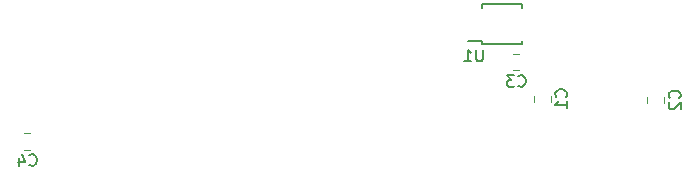
<source format=gbr>
G04 #@! TF.GenerationSoftware,KiCad,Pcbnew,5.1.5+dfsg1-2build2*
G04 #@! TF.CreationDate,2022-05-11T12:23:00+01:00*
G04 #@! TF.ProjectId,rrl-interface,72726c2d-696e-4746-9572-666163652e6b,rev?*
G04 #@! TF.SameCoordinates,Original*
G04 #@! TF.FileFunction,Legend,Bot*
G04 #@! TF.FilePolarity,Positive*
%FSLAX46Y46*%
G04 Gerber Fmt 4.6, Leading zero omitted, Abs format (unit mm)*
G04 Created by KiCad (PCBNEW 5.1.5+dfsg1-2build2) date 2022-05-11 12:23:00*
%MOMM*%
%LPD*%
G04 APERTURE LIST*
%ADD10C,0.120000*%
%ADD11C,0.150000*%
G04 APERTURE END LIST*
D10*
X67710000Y-185958578D02*
X67710000Y-185441422D01*
X66290000Y-185958578D02*
X66290000Y-185441422D01*
X77310000Y-186058578D02*
X77310000Y-185541422D01*
X75890000Y-186058578D02*
X75890000Y-185541422D01*
X64541422Y-183310000D02*
X65058578Y-183310000D01*
X64541422Y-181890000D02*
X65058578Y-181890000D01*
D11*
X61925000Y-181075000D02*
X61925000Y-180850000D01*
X65275000Y-181075000D02*
X65275000Y-180775000D01*
X65275000Y-177725000D02*
X65275000Y-178025000D01*
X61925000Y-177725000D02*
X61925000Y-178025000D01*
X61925000Y-181075000D02*
X65275000Y-181075000D01*
X61925000Y-177725000D02*
X65275000Y-177725000D01*
X61925000Y-180850000D02*
X60700000Y-180850000D01*
D10*
X23141422Y-190010000D02*
X23658578Y-190010000D01*
X23141422Y-188590000D02*
X23658578Y-188590000D01*
D11*
X69007142Y-185533333D02*
X69054761Y-185485714D01*
X69102380Y-185342857D01*
X69102380Y-185247619D01*
X69054761Y-185104761D01*
X68959523Y-185009523D01*
X68864285Y-184961904D01*
X68673809Y-184914285D01*
X68530952Y-184914285D01*
X68340476Y-184961904D01*
X68245238Y-185009523D01*
X68150000Y-185104761D01*
X68102380Y-185247619D01*
X68102380Y-185342857D01*
X68150000Y-185485714D01*
X68197619Y-185533333D01*
X69102380Y-186485714D02*
X69102380Y-185914285D01*
X69102380Y-186200000D02*
X68102380Y-186200000D01*
X68245238Y-186104761D01*
X68340476Y-186009523D01*
X68388095Y-185914285D01*
X78607142Y-185633333D02*
X78654761Y-185585714D01*
X78702380Y-185442857D01*
X78702380Y-185347619D01*
X78654761Y-185204761D01*
X78559523Y-185109523D01*
X78464285Y-185061904D01*
X78273809Y-185014285D01*
X78130952Y-185014285D01*
X77940476Y-185061904D01*
X77845238Y-185109523D01*
X77750000Y-185204761D01*
X77702380Y-185347619D01*
X77702380Y-185442857D01*
X77750000Y-185585714D01*
X77797619Y-185633333D01*
X77797619Y-186014285D02*
X77750000Y-186061904D01*
X77702380Y-186157142D01*
X77702380Y-186395238D01*
X77750000Y-186490476D01*
X77797619Y-186538095D01*
X77892857Y-186585714D01*
X77988095Y-186585714D01*
X78130952Y-186538095D01*
X78702380Y-185966666D01*
X78702380Y-186585714D01*
X64966666Y-184607142D02*
X65014285Y-184654761D01*
X65157142Y-184702380D01*
X65252380Y-184702380D01*
X65395238Y-184654761D01*
X65490476Y-184559523D01*
X65538095Y-184464285D01*
X65585714Y-184273809D01*
X65585714Y-184130952D01*
X65538095Y-183940476D01*
X65490476Y-183845238D01*
X65395238Y-183750000D01*
X65252380Y-183702380D01*
X65157142Y-183702380D01*
X65014285Y-183750000D01*
X64966666Y-183797619D01*
X64633333Y-183702380D02*
X64014285Y-183702380D01*
X64347619Y-184083333D01*
X64204761Y-184083333D01*
X64109523Y-184130952D01*
X64061904Y-184178571D01*
X64014285Y-184273809D01*
X64014285Y-184511904D01*
X64061904Y-184607142D01*
X64109523Y-184654761D01*
X64204761Y-184702380D01*
X64490476Y-184702380D01*
X64585714Y-184654761D01*
X64633333Y-184607142D01*
X61961904Y-181552380D02*
X61961904Y-182361904D01*
X61914285Y-182457142D01*
X61866666Y-182504761D01*
X61771428Y-182552380D01*
X61580952Y-182552380D01*
X61485714Y-182504761D01*
X61438095Y-182457142D01*
X61390476Y-182361904D01*
X61390476Y-181552380D01*
X60390476Y-182552380D02*
X60961904Y-182552380D01*
X60676190Y-182552380D02*
X60676190Y-181552380D01*
X60771428Y-181695238D01*
X60866666Y-181790476D01*
X60961904Y-181838095D01*
X23566666Y-191307142D02*
X23614285Y-191354761D01*
X23757142Y-191402380D01*
X23852380Y-191402380D01*
X23995238Y-191354761D01*
X24090476Y-191259523D01*
X24138095Y-191164285D01*
X24185714Y-190973809D01*
X24185714Y-190830952D01*
X24138095Y-190640476D01*
X24090476Y-190545238D01*
X23995238Y-190450000D01*
X23852380Y-190402380D01*
X23757142Y-190402380D01*
X23614285Y-190450000D01*
X23566666Y-190497619D01*
X22709523Y-190735714D02*
X22709523Y-191402380D01*
X22947619Y-190354761D02*
X23185714Y-191069047D01*
X22566666Y-191069047D01*
M02*

</source>
